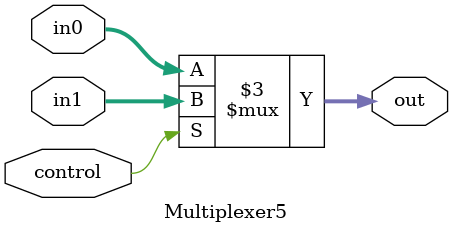
<source format=v>
`timescale 1ns / 1ps


module Multiplexer5(
    input control,
    input [4:0] in1,
    input [4:0] in0,
    output reg [4:0] out
    );
    
    always @(control or in1 or in0) begin
   		out = (control == 1) ? in1 : in0;
    end
    
endmodule

</source>
